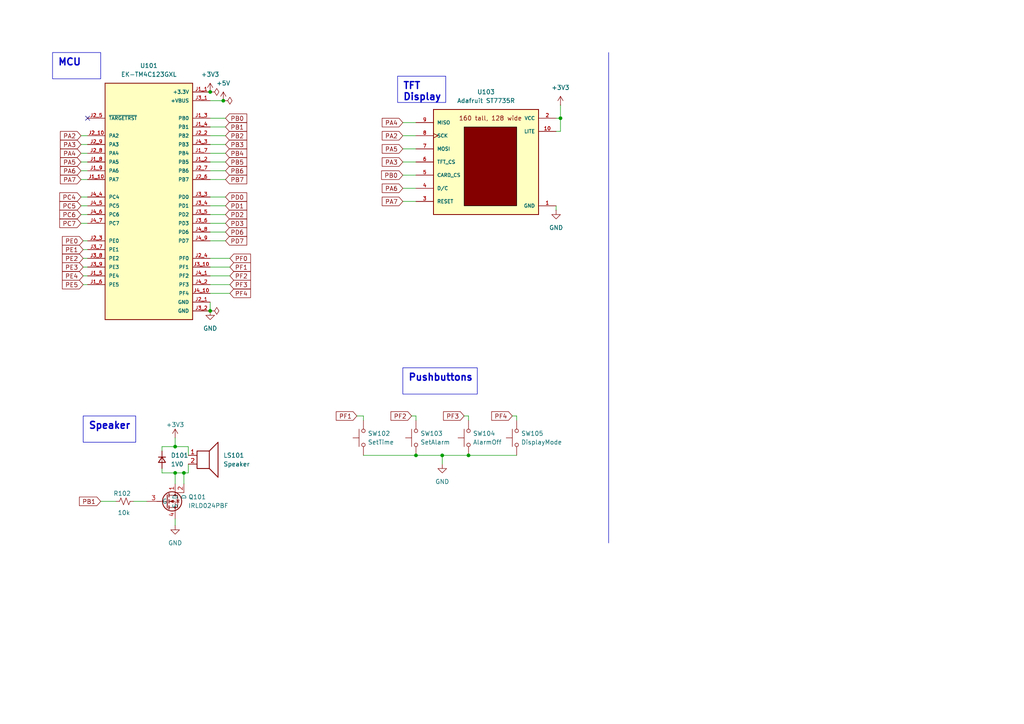
<source format=kicad_sch>
(kicad_sch (version 20231120) (generator "eeschema") (generator_version "8.0")
  (paper "A4")
  (title_block (title "ECE 445L Lab 3 Schematic") (date "2024-08-07") (rev "v1.0.1") (company "The University of Texas at Austin"))
  (lib_symbols
    (symbol "Device:D_Small" (pin_numbers hide) (pin_names (offset 0.254) hide)
      (property "Reference" "D" (at -1.27 2.032 0))
      (property "Value" "D_Small" (at -3.81 -2.032 0))
      (symbol "D_Small_0_1"
        (polyline (pts (xy -0.762 -1.016) (xy -0.762 1.016)) (stroke (width 0.254)))
        (polyline (pts (xy -0.762 0) (xy 0.762 0)))
        (polyline (pts (xy 0.762 -1.016) (xy -0.762 0) (xy 0.762 1.016) (xy 0.762 -1.016)) (stroke (width 0.254)))
      )
      (symbol "D_Small_1_1"
        (pin passive line (at -2.54 0 0) (length 1.778) (name "K") (number "1"))
        (pin passive line (at 2.54 0 180) (length 1.778) (name "A") (number "2"))
      )
    )
    (symbol "Device:Speaker" (pin_names (offset 0) hide)
      (property "Reference" "LS" (at 1.27 5.715 0))
      (property "Value" "Speaker" (at 1.27 3.81 0))
      (symbol "Speaker_0_0"
        (rectangle (start -2.54 1.27) (end 1.016 -3.81) (stroke (width 0.254)))
        (polyline (pts (xy 1.016 1.27) (xy 3.556 3.81) (xy 3.556 -6.35) (xy 1.016 -3.81)) (stroke (width 0.254)))
      )
      (symbol "Speaker_1_1"
        (pin input line (at -5.08 0 0) (length 2.54) (name "1") (number "1"))
        (pin input line (at -5.08 -2.54 0) (length 2.54) (name "2") (number "2"))
      )
    )
    (symbol "ECE445L:Adafruit_ST7735R" (pin_names (offset 1.016))
      (property "Reference" "U?" (at -15.24 16.002 0))
      (property "Value" "Adafruit ST7735R" (at -15.24 -17.78 0))
      (symbol "Adafruit_ST7735R_0_0"
        (rectangle (start -15.24 15.24) (end 15.24 -15.24) (stroke (width 0.254)) (fill (type background)))
      )
      (symbol "Adafruit_ST7735R_1_0"
        (pin power_in line (at 20.32 -12.7 180) (length 5.08) (name "GND") (number "1"))
        (pin power_in line (at 20.32 8.89 180) (length 5.08) (name "LITE") (number "10"))
        (pin power_in line (at 20.32 12.7 180) (length 5.08) (name "VCC") (number "2"))
        (pin input line (at -20.32 -11.43 0) (length 5.08) (name "RESET") (number "3"))
        (pin input line (at -20.32 -7.62 0) (length 5.08) (name "D/C") (number "4"))
        (pin input line (at -20.32 -3.81 0) (length 5.08) (name "CARD_CS") (number "5"))
        (pin input line (at -20.32 0 0) (length 5.08) (name "TFT_CS") (number "6"))
        (pin input line (at -20.32 3.81 0) (length 5.08) (name "MOSI") (number "7"))
        (pin input clock (at -20.32 7.62 0) (length 5.08) (name "SCK") (number "8"))
        (pin output line (at -20.32 11.43 0) (length 5.08) (name "MISO") (number "9"))
      )
      (symbol "Adafruit_ST7735R_1_1"
        (rectangle (start -6.35 10.16) (end 8.89 -12.7) (stroke (width 0) (color 0 0 0 1)) (fill (type color) (color 132 0 0 1)))
        (text "160 tall, 128 wide" (at 1.27 12.7 0) (effects (font (size 1.27 1.27))))
      )
    )
    (symbol "ECE445L:EK-TM4C123GXL" (pin_names (offset 1.016))
      (property "Reference" "U?" (at -12.7367 34.3099 0))
      (property "Value" "EK-TM4C123GXL" (at -12.7129 -38.1075 0))
      (symbol "EK-TM4C123GXL_0_0"
        (rectangle (start -12.7 -35.56) (end 12.7 33.02) (stroke (width 0.254)) (fill (type background)))
        (pin power_in line (at 17.78 30.48 180) (length 5.08) (name "+3.3V") (number "J1_1"))
        (pin bidirectional line (at -17.78 5.08 0) (length 5.08) (name "PA7") (number "J1_10"))
        (pin bidirectional line (at 17.78 22.86 180) (length 5.08) (name "PB0") (number "J1_3"))
        (pin bidirectional line (at 17.78 20.32 180) (length 5.08) (name "PB1") (number "J1_4"))
        (pin bidirectional line (at -17.78 -22.86 0) (length 5.08) (name "PE4") (number "J1_5"))
        (pin bidirectional line (at -17.78 -25.4 0) (length 5.08) (name "PE5") (number "J1_6"))
        (pin bidirectional line (at 17.78 12.7 180) (length 5.08) (name "PB4") (number "J1_7"))
        (pin bidirectional line (at -17.78 10.16 0) (length 5.08) (name "PA5") (number "J1_8"))
        (pin bidirectional line (at -17.78 7.62 0) (length 5.08) (name "PA6") (number "J1_9"))
        (pin power_in line (at 17.78 -30.48 180) (length 5.08) (name "GND") (number "J2_1"))
        (pin bidirectional line (at -17.78 17.78 0) (length 5.08) (name "PA2") (number "J2_10"))
        (pin bidirectional line (at 17.78 17.78 180) (length 5.08) (name "PB2") (number "J2_2"))
        (pin bidirectional line (at -17.78 -12.7 0) (length 5.08) (name "PE0") (number "J2_3"))
        (pin bidirectional line (at 17.78 -17.78 180) (length 5.08) (name "PF0") (number "J2_4"))
        (pin input line (at -17.78 22.86 0) (length 5.08) (name "~{TARGETRST}") (number "J2_5"))
        (pin bidirectional line (at 17.78 5.08 180) (length 5.08) (name "PB7") (number "J2_6"))
        (pin bidirectional line (at 17.78 7.62 180) (length 5.08) (name "PB6") (number "J2_7"))
        (pin bidirectional line (at -17.78 12.7 0) (length 5.08) (name "PA4") (number "J2_8"))
        (pin bidirectional line (at -17.78 15.24 0) (length 5.08) (name "PA3") (number "J2_9"))
        (pin power_in line (at 17.78 27.94 180) (length 5.08) (name "+VBUS") (number "J3_1"))
        (pin bidirectional line (at 17.78 -20.32 180) (length 5.08) (name "PF1") (number "J3_10"))
        (pin power_in line (at 17.78 -33.02 180) (length 5.08) (name "GND") (number "J3_2"))
        (pin bidirectional line (at 17.78 0 180) (length 5.08) (name "PD0") (number "J3_3"))
        (pin bidirectional line (at 17.78 -2.54 180) (length 5.08) (name "PD1") (number "J3_4"))
        (pin bidirectional line (at 17.78 -5.08 180) (length 5.08) (name "PD2") (number "J3_5"))
        (pin bidirectional line (at 17.78 -7.62 180) (length 5.08) (name "PD3") (number "J3_6"))
        (pin bidirectional line (at -17.78 -15.24 0) (length 5.08) (name "PE1") (number "J3_7"))
        (pin bidirectional line (at -17.78 -17.78 0) (length 5.08) (name "PE2") (number "J3_8"))
        (pin bidirectional line (at -17.78 -20.32 0) (length 5.08) (name "PE3") (number "J3_9"))
        (pin bidirectional line (at 17.78 -22.86 180) (length 5.08) (name "PF2") (number "J4_1"))
        (pin bidirectional line (at 17.78 -27.94 180) (length 5.08) (name "PF4") (number "J4_10"))
        (pin bidirectional line (at 17.78 -25.4 180) (length 5.08) (name "PF3") (number "J4_2"))
        (pin bidirectional line (at 17.78 15.24 180) (length 5.08) (name "PB3") (number "J4_3"))
        (pin bidirectional line (at -17.78 0 0) (length 5.08) (name "PC4") (number "J4_4"))
        (pin bidirectional line (at -17.78 -2.54 0) (length 5.08) (name "PC5") (number "J4_5"))
        (pin bidirectional line (at -17.78 -5.08 0) (length 5.08) (name "PC6") (number "J4_6"))
        (pin bidirectional line (at -17.78 -7.62 0) (length 5.08) (name "PC7") (number "J4_7"))
        (pin bidirectional line (at 17.78 -10.16 180) (length 5.08) (name "PD6") (number "J4_8"))
        (pin bidirectional line (at 17.78 -12.7 180) (length 5.08) (name "PD7") (number "J4_9"))
      )
      (symbol "EK-TM4C123GXL_1_0"
        (pin bidirectional line (at 17.78 10.16 180) (length 5.08) (name "PB5") (number "J1_2"))
      )
    )
    (symbol "ECE445L:IRLD024PBF"
      (property "Reference" "Q" (at 6.35 5.715 0))
      (property "Value" "IRLD024PBF" (at 16.51 -1.905 0))
      (symbol "IRLD024PBF_0_1"
        (polyline (pts (xy 11.43 0.635) (xy 8.636 0.635)))
        (polyline (pts (xy 11.684 2.54) (xy 11.684 -1.27)) (stroke (width 0.254)))
        (polyline (pts (xy 12.192 -0.635) (xy 12.192 -1.651)) (stroke (width 0.254)))
        (polyline (pts (xy 12.192 1.143) (xy 12.192 0.127)) (stroke (width 0.254)))
        (polyline (pts (xy 12.192 2.921) (xy 12.192 1.905)) (stroke (width 0.254)))
        (polyline (pts (xy 13.97 3.175) (xy 13.97 2.413)))
        (polyline (pts (xy 16.51 3.175) (xy 13.97 3.175)))
        (polyline (pts (xy 13.97 -1.905) (xy 13.97 0.635) (xy 12.192 0.635)))
        (polyline (pts (xy 12.192 -1.143) (xy 14.732 -1.143) (xy 14.732 2.413) (xy 12.192 2.413)))
        (polyline (pts (xy 12.446 0.635) (xy 13.462 1.016) (xy 13.462 0.254) (xy 12.446 0.635)) (fill (type outline)))
        (polyline (pts (xy 14.224 1.143) (xy 14.351 1.016) (xy 15.113 1.016) (xy 15.24 0.889)))
        (polyline (pts (xy 14.732 1.016) (xy 14.351 0.381) (xy 15.113 0.381) (xy 14.732 1.016)))
        (circle (center 13.081 0.635) (radius 2.794) (stroke (width 0.254)))
        (circle (center 13.97 -1.143) (radius 0.254) (fill (type outline)))
        (circle (center 13.97 2.413) (radius 0.254) (fill (type outline)))
      )
      (symbol "IRLD024PBF_1_1"
        (pin passive line (at 13.97 5.715 270) (length 2.54) (name "D") (number "1"))
        (pin passive line (at 16.51 5.715 270) (length 2.54) (name "D") (number "2"))
        (pin input line (at 5.715 0.635 0) (length 4) (name "G") (number "3"))
        (pin passive line (at 13.97 -4.445 90) (length 2.54) (name "S") (number "4"))
      )
    )
    (symbol "ECE445L:R_0.125W" (pin_numbers hide) (pin_names (offset 0.254) hide)
      (property "Reference" "R" (at 0.762 0.508 0))
      (property "Value" "R_0.125W" (at 0.762 -1.016 0))
      (symbol "R_0.125W_1_1"
        (polyline (pts (xy 0 0) (xy 1.016 -0.381) (xy 0 -0.762) (xy -1.016 -1.143) (xy 0 -1.524)))
        (polyline (pts (xy 0 1.524) (xy 1.016 1.143) (xy 0 0.762) (xy -1.016 0.381) (xy 0 0)))
        (pin passive line (at 0 2.54 270) (length 1.016) (name "~") (number "1"))
        (pin passive line (at 0 -2.54 90) (length 1.016) (name "~") (number "2"))
      )
    )
    (symbol "Switch:SW_Push" (pin_numbers hide) (pin_names (offset 1.016) hide)
      (property "Reference" "SW" (at 1.27 2.54 0))
      (property "Value" "SW_Push" (at 0 -1.524 0))
      (symbol "SW_Push_0_1"
        (circle (center -2.032 0) (radius 0.508))
        (polyline (pts (xy 0 1.27) (xy 0 3.048)))
        (polyline (pts (xy 2.54 1.27) (xy -2.54 1.27)))
        (circle (center 2.032 0) (radius 0.508))
        (pin passive line (at -5.08 0 0) (length 2.54) (name "1") (number "1"))
        (pin passive line (at 5.08 0 180) (length 2.54) (name "2") (number "2"))
      )
    )
    (symbol "power:+3V3" (power) (pin_numbers hide) (pin_names (offset 0) hide)
      (property "Value" "+3V3" (at 0 3.556 0))
      (symbol "+3V3_0_1"
        (polyline (pts (xy -0.762 1.27) (xy 0 2.54)))
        (polyline (pts (xy 0 0) (xy 0 2.54)))
        (polyline (pts (xy 0 2.54) (xy 0.762 1.27)))
      )
      (symbol "+3V3_1_1"
        (pin power_in line (at 0 0 90) (length 0) (name "~") (number "1"))
      )
    )
    (symbol "power:+5V" (power) (pin_numbers hide) (pin_names (offset 0) hide)
      (property "Value" "+5V" (at 0 3.556 0))
      (symbol "+5V_0_1"
        (polyline (pts (xy -0.762 1.27) (xy 0 2.54)))
        (polyline (pts (xy 0 0) (xy 0 2.54)))
        (polyline (pts (xy 0 2.54) (xy 0.762 1.27)))
      )
      (symbol "+5V_1_1"
        (pin power_in line (at 0 0 90) (length 0) (name "~") (number "1"))
      )
    )
    (symbol "power:GND" (power) (pin_numbers hide) (pin_names (offset 0) hide)
      (property "Value" "GND" (at 0 -3.81 0))
      (symbol "GND_0_1"
        (polyline (pts (xy 0 0) (xy 0 -1.27) (xy 1.27 -1.27) (xy 0 -2.54) (xy -1.27 -1.27) (xy 0 -1.27)))
      )
      (symbol "GND_1_1"
        (pin power_in line (at 0 0 270) (length 0) (name "~") (number "1"))
      )
    )
    (symbol "power:PWR_FLAG" (power) (pin_numbers hide) (pin_names (offset 0) hide)
      (property "Value" "PWR_FLAG" (at 0 3.81 0))
      (symbol "PWR_FLAG_0_0"
        (pin power_out line (at 0 0 90) (length 0) (name "~") (number "1"))
      )
      (symbol "PWR_FLAG_0_1"
        (polyline (pts (xy 0 0) (xy 0 1.27) (xy -1.016 1.905) (xy 0 2.54) (xy 1.016 1.905) (xy 0 1.27)))
      )
    )
  )
  (junction (at 60.96 26.67))
  (junction (at 128.27 132.08))
  (junction (at 50.8 129.54))
  (junction (at 53.34 137.16))
  (junction (at 60.96 90.17))
  (junction (at 50.8 137.16))
  (junction (at 120.65 132.08))
  (junction (at 135.89 132.08))
  (junction (at 162.56 34.29))
  (junction (at 64.77 29.21))
  (no_connect (at 25.4 34.29))
  (wire (pts (xy 60.96 41.91) (xy 65.405 41.91)))
  (wire (pts (xy 116.84 43.18) (xy 120.65 43.18)))
  (wire (pts (xy 103.505 120.65) (xy 105.41 120.65)))
  (wire (pts (xy 149.86 120.65) (xy 149.86 121.92)))
  (wire (pts (xy 60.96 52.07) (xy 65.405 52.07)))
  (wire (pts (xy 60.96 36.83) (xy 65.405 36.83)))
  (wire (pts (xy 120.65 132.08) (xy 128.27 132.08)))
  (wire (pts (xy 29.21 145.415) (xy 33.655 145.415)))
  (wire (pts (xy 46.99 129.54) (xy 50.8 129.54)))
  (wire (pts (xy 116.84 50.8) (xy 120.65 50.8)))
  (wire (pts (xy 60.96 69.85) (xy 65.405 69.85)))
  (wire (pts (xy 23.495 64.77) (xy 25.4 64.77)))
  (wire (pts (xy 60.96 77.47) (xy 66.675 77.47)))
  (wire (pts (xy 54.61 134.62) (xy 54.61 137.16)))
  (wire (pts (xy 116.84 46.99) (xy 120.65 46.99)))
  (wire (pts (xy 24.13 77.47) (xy 25.4 77.47)))
  (wire (pts (xy 23.495 62.23) (xy 25.4 62.23)))
  (wire (pts (xy 23.495 41.91) (xy 25.4 41.91)))
  (wire (pts (xy 50.8 127) (xy 50.8 129.54)))
  (wire (pts (xy 38.735 145.415) (xy 42.545 145.415)))
  (wire (pts (xy 60.96 39.37) (xy 65.405 39.37)))
  (wire (pts (xy 60.96 87.63) (xy 60.96 90.17)))
  (wire (pts (xy 50.8 137.16) (xy 53.34 137.16)))
  (wire (pts (xy 24.13 72.39) (xy 25.4 72.39)))
  (wire (pts (xy 46.99 129.54) (xy 46.99 130.81)))
  (wire (pts (xy 60.96 85.09) (xy 66.675 85.09)))
  (wire (pts (xy 24.13 69.85) (xy 25.4 69.85)))
  (wire (pts (xy 46.99 137.16) (xy 50.8 137.16)))
  (wire (pts (xy 128.27 132.08) (xy 128.27 134.62)))
  (wire (pts (xy 23.495 49.53) (xy 25.4 49.53)))
  (wire (pts (xy 60.96 80.01) (xy 66.675 80.01)))
  (wire (pts (xy 60.96 34.29) (xy 65.405 34.29)))
  (wire (pts (xy 162.56 30.48) (xy 162.56 34.29)))
  (wire (pts (xy 148.59 120.65) (xy 149.86 120.65)))
  (wire (pts (xy 24.13 80.01) (xy 25.4 80.01)))
  (wire (pts (xy 116.84 39.37) (xy 120.65 39.37)))
  (wire (pts (xy 105.41 120.65) (xy 105.41 121.92)))
  (wire (pts (xy 23.495 39.37) (xy 25.4 39.37)))
  (wire (pts (xy 105.41 132.08) (xy 120.65 132.08)))
  (wire (pts (xy 134.62 120.65) (xy 135.89 120.65)))
  (wire (pts (xy 23.495 44.45) (xy 25.4 44.45)))
  (wire (pts (xy 60.96 29.21) (xy 64.77 29.21)))
  (wire (pts (xy 116.84 35.56) (xy 120.65 35.56)))
  (polyline (pts (xy 176.53 15.24) (xy 176.53 157.48)))
  (wire (pts (xy 24.13 82.55) (xy 25.4 82.55)))
  (wire (pts (xy 23.495 52.07) (xy 25.4 52.07)))
  (wire (pts (xy 116.84 54.61) (xy 120.65 54.61)))
  (wire (pts (xy 162.56 38.1) (xy 162.56 34.29)))
  (wire (pts (xy 116.84 58.42) (xy 120.65 58.42)))
  (wire (pts (xy 53.34 137.16) (xy 54.61 137.16)))
  (wire (pts (xy 23.495 46.99) (xy 25.4 46.99)))
  (wire (pts (xy 119.38 120.65) (xy 120.65 120.65)))
  (wire (pts (xy 135.89 132.08) (xy 149.86 132.08)))
  (wire (pts (xy 161.29 38.1) (xy 162.56 38.1)))
  (wire (pts (xy 60.96 64.77) (xy 65.405 64.77)))
  (wire (pts (xy 161.29 59.69) (xy 161.29 60.96)))
  (wire (pts (xy 50.8 137.16) (xy 50.8 140.335)))
  (wire (pts (xy 120.65 120.65) (xy 120.65 121.92)))
  (wire (pts (xy 60.96 82.55) (xy 66.675 82.55)))
  (wire (pts (xy 60.96 74.93) (xy 66.675 74.93)))
  (wire (pts (xy 135.89 120.65) (xy 135.89 121.92)))
  (wire (pts (xy 128.27 132.08) (xy 135.89 132.08)))
  (wire (pts (xy 53.34 137.16) (xy 53.34 140.335)))
  (wire (pts (xy 60.96 44.45) (xy 65.405 44.45)))
  (wire (pts (xy 60.96 67.31) (xy 65.405 67.31)))
  (wire (pts (xy 60.96 57.15) (xy 65.405 57.15)))
  (wire (pts (xy 23.495 57.15) (xy 25.4 57.15)))
  (wire (pts (xy 54.61 129.54) (xy 54.61 132.08)))
  (wire (pts (xy 50.8 150.495) (xy 50.8 152.4)))
  (wire (pts (xy 60.96 59.69) (xy 65.405 59.69)))
  (wire (pts (xy 23.495 59.69) (xy 25.4 59.69)))
  (wire (pts (xy 60.96 46.99) (xy 65.405 46.99)))
  (wire (pts (xy 161.29 34.29) (xy 162.56 34.29)))
  (wire (pts (xy 60.96 62.23) (xy 65.405 62.23)))
  (wire (pts (xy 50.8 129.54) (xy 54.61 129.54)))
  (wire (pts (xy 60.96 49.53) (xy 65.405 49.53)))
  (wire (pts (xy 24.13 74.93) (xy 25.4 74.93)))
  (wire (pts (xy 46.99 137.16) (xy 46.99 135.89)))
  (text_box "MCU" (at 15.24 15.24 0) (size 13.97 7.62) (effects (font (size 2 2) (thickness 0.4) (bold yes)) (justify left top)))
  (text_box "Speaker" (at 24.13 120.65 0) (size 15.24 7.62) (effects (font (size 2 2) (thickness 0.4) (bold yes)) (justify left top)))
  (text_box "Pushbuttons" (at 116.84 106.68 0) (size 21.59 7.62) (effects (font (size 2 2) (thickness 0.4) (bold yes)) (justify left top)))
  (text_box "TFT Display" (at 115.316 22.098 0) (size 13.97 7.62) (effects (font (size 2 2) (thickness 0.4) (bold yes)) (justify left top)))
  (global_label "PC5" (shape input) (at 23.495 59.69 180) (property "Intersheetrefs" "${INTERSHEET_REFS}" (effects (hide yes))))
  (global_label "PB6" (shape input) (at 65.405 49.53 0) (property "Intersheetrefs" "${INTERSHEET_REFS}" (effects (hide yes))))
  (global_label "PB2" (shape input) (at 65.405 39.37 0) (property "Intersheetrefs" "${INTERSHEET_REFS}" (effects (hide yes))))
  (global_label "PA7" (shape input) (at 23.495 52.07 180) (property "Intersheetrefs" "${INTERSHEET_REFS}" (effects (hide yes))))
  (global_label "PA4" (shape input) (at 23.495 44.45 180) (property "Intersheetrefs" "${INTERSHEET_REFS}" (effects (hide yes))))
  (global_label "PB5" (shape input) (at 65.405 46.99 0) (property "Intersheetrefs" "${INTERSHEET_REFS}" (effects (hide yes))))
  (global_label "PB3" (shape input) (at 65.405 41.91 0) (property "Intersheetrefs" "${INTERSHEET_REFS}" (effects (hide yes))))
  (global_label "PD7" (shape input) (at 65.405 69.85 0) (property "Intersheetrefs" "${INTERSHEET_REFS}" (effects (hide yes))))
  (global_label "PE0" (shape input) (at 24.13 69.85 180) (property "Intersheetrefs" "${INTERSHEET_REFS}" (effects (hide yes))))
  (global_label "PD1" (shape input) (at 65.405 59.69 0) (property "Intersheetrefs" "${INTERSHEET_REFS}" (effects (hide yes))))
  (global_label "PF4" (shape input) (at 66.675 85.09 0) (property "Intersheetrefs" "${INTERSHEET_REFS}" (effects (hide yes))))
  (global_label "PE3" (shape input) (at 24.13 77.47 180) (property "Intersheetrefs" "${INTERSHEET_REFS}" (effects (hide yes))))
  (global_label "PC7" (shape input) (at 23.495 64.77 180) (property "Intersheetrefs" "${INTERSHEET_REFS}" (effects (hide yes))))
  (global_label "PA2" (shape input) (at 116.84 39.37 180) (property "Intersheetrefs" "${INTERSHEET_REFS}" (effects (hide yes))))
  (global_label "PF1" (shape input) (at 103.505 120.65 180) (property "Intersheetrefs" "${INTERSHEET_REFS}" (effects (hide yes))))
  (global_label "PE2" (shape input) (at 24.13 74.93 180) (property "Intersheetrefs" "${INTERSHEET_REFS}" (effects (hide yes))))
  (global_label "PA3" (shape input) (at 23.495 41.91 180) (property "Intersheetrefs" "${INTERSHEET_REFS}" (effects (hide yes))))
  (global_label "PE4" (shape input) (at 24.13 80.01 180) (property "Intersheetrefs" "${INTERSHEET_REFS}" (effects (hide yes))))
  (global_label "PC4" (shape input) (at 23.495 57.15 180) (property "Intersheetrefs" "${INTERSHEET_REFS}" (effects (hide yes))))
  (global_label "PB0" (shape input) (at 65.405 34.29 0) (property "Intersheetrefs" "${INTERSHEET_REFS}" (effects (hide yes))))
  (global_label "PE1" (shape input) (at 24.13 72.39 180) (property "Intersheetrefs" "${INTERSHEET_REFS}" (effects (hide yes))))
  (global_label "PF3" (shape input) (at 66.675 82.55 0) (property "Intersheetrefs" "${INTERSHEET_REFS}" (effects (hide yes))))
  (global_label "PD3" (shape input) (at 65.405 64.77 0) (property "Intersheetrefs" "${INTERSHEET_REFS}" (effects (hide yes))))
  (global_label "PF2" (shape input) (at 119.38 120.65 180) (property "Intersheetrefs" "${INTERSHEET_REFS}" (effects (hide yes))))
  (global_label "PD0" (shape input) (at 65.405 57.15 0) (property "Intersheetrefs" "${INTERSHEET_REFS}" (effects (hide yes))))
  (global_label "PB7" (shape input) (at 65.405 52.07 0) (property "Intersheetrefs" "${INTERSHEET_REFS}" (effects (hide yes))))
  (global_label "PA2" (shape input) (at 23.495 39.37 180) (property "Intersheetrefs" "${INTERSHEET_REFS}" (effects (hide yes))))
  (global_label "PA7" (shape input) (at 116.84 58.42 180) (property "Intersheetrefs" "${INTERSHEET_REFS}" (effects (hide yes))))
  (global_label "PB1" (shape input) (at 29.21 145.415 180) (property "Intersheetrefs" "${INTERSHEET_REFS}" (effects (hide yes))))
  (global_label "PA6" (shape input) (at 116.84 54.61 180) (property "Intersheetrefs" "${INTERSHEET_REFS}" (effects (hide yes))))
  (global_label "PF0" (shape input) (at 66.675 74.93 0) (property "Intersheetrefs" "${INTERSHEET_REFS}" (effects (hide yes))))
  (global_label "PC6" (shape input) (at 23.495 62.23 180) (property "Intersheetrefs" "${INTERSHEET_REFS}" (effects (hide yes))))
  (global_label "PF3" (shape input) (at 134.62 120.65 180) (property "Intersheetrefs" "${INTERSHEET_REFS}" (effects (hide yes))))
  (global_label "PE5" (shape input) (at 24.13 82.55 180) (property "Intersheetrefs" "${INTERSHEET_REFS}" (effects (hide yes))))
  (global_label "PF4" (shape input) (at 148.59 120.65 180) (property "Intersheetrefs" "${INTERSHEET_REFS}" (effects (hide yes))))
  (global_label "PA3" (shape input) (at 116.84 46.99 180) (property "Intersheetrefs" "${INTERSHEET_REFS}" (effects (hide yes))))
  (global_label "PD6" (shape input) (at 65.405 67.31 0) (property "Intersheetrefs" "${INTERSHEET_REFS}" (effects (hide yes))))
  (global_label "PA4" (shape input) (at 116.84 35.56 180) (property "Intersheetrefs" "${INTERSHEET_REFS}" (effects (hide yes))))
  (global_label "PF1" (shape input) (at 66.675 77.47 0) (property "Intersheetrefs" "${INTERSHEET_REFS}" (effects (hide yes))))
  (global_label "PB1" (shape input) (at 65.405 36.83 0) (property "Intersheetrefs" "${INTERSHEET_REFS}" (effects (hide yes))))
  (global_label "PA6" (shape input) (at 23.495 49.53 180) (property "Intersheetrefs" "${INTERSHEET_REFS}" (effects (hide yes))))
  (global_label "PA5" (shape input) (at 116.84 43.18 180) (property "Intersheetrefs" "${INTERSHEET_REFS}" (effects (hide yes))))
  (global_label "PD2" (shape input) (at 65.405 62.23 0) (property "Intersheetrefs" "${INTERSHEET_REFS}" (effects (hide yes))))
  (global_label "PF2" (shape input) (at 66.675 80.01 0) (property "Intersheetrefs" "${INTERSHEET_REFS}" (effects (hide yes))))
  (global_label "PB0" (shape input) (at 116.84 50.8 180) (property "Intersheetrefs" "${INTERSHEET_REFS}" (effects (hide yes))))
  (global_label "PB4" (shape input) (at 65.405 44.45 0) (property "Intersheetrefs" "${INTERSHEET_REFS}" (effects (hide yes))))
  (global_label "PA5" (shape input) (at 23.495 46.99 180) (property "Intersheetrefs" "${INTERSHEET_REFS}" (effects (hide yes))))
  (symbol (lib_id "power:PWR_FLAG") (at 60.96 90.17 270) (unit 1)
    (property "Reference" "#FLG0102" (effects (hide yes)))
    (property "Value" "PWR_FLAG" (effects (hide yes)))
    (property "Description" "Special symbol for telling ERC where power comes from" (effects (hide yes)))
  )
  (symbol (lib_id "Device:D_Small") (at 46.99 133.35 270) (unit 1)
    (property "Reference" "D101" (at 49.53 132.08 90) (effects (justify left)))
    (property "Value" "1V0" (at 49.53 134.62 90) (effects (justify left)))
    (property "Footprint" "Diode_THT:D_5W_P12.70mm_Horizontal" (effects (hide yes)))
    (property "Description" "Diode, small symbol" (effects (hide yes)))
    (property "Cost" "0.10 " (effects (hide yes)))
    (property "Distributor" "Mouser" (effects (hide yes)))
    (property "Manufacturer" "onsemi" (effects (hide yes)))
    (property "P/N" "1N914 " (effects (hide yes)))
    (property "Sim.Device" "D" (effects (hide yes)))
    (property "Sim.Pins" "1=K 2=A" (effects (hide yes)))
  )
  (symbol (lib_id "ECE445L:EK-TM4C123GXL") (at 43.18 57.15 0) (unit 1)
    (property "Reference" "U101" (at 43.18 19.05 0))
    (property "Value" "EK-TM4C123GXL" (at 43.18 21.59 0))
    (property "Footprint" "ECE445L:ti_EKTM4C123GXL" (effects (hide yes)))
    (property "Datasheet" "https://www.ti.com/lit/ds/symlink/tm4c123gh6pm.pdf?ts=1693244962384&ref_url=https%253A%252F%252Fwww.google.com%252F" (effects (hide yes)))
    (property "Distributor" "Mouser" (effects (hide yes)))
    (property "Manufacturer" "Texas Instruments" (effects (hide yes)))
    (property "P/N" "EK-TM4C123GXL" (effects (hide yes)))
    (property "Cost" "22.60" (effects (hide yes)))
  )
  (symbol (lib_id "ECE445L:IRLD024PBF") (at 36.83 146.05 0) (unit 1)
    (property "Reference" "Q101" (at 54.61 144.1449 0) (effects (justify left)))
    (property "Value" "IRLD024PBF" (at 54.61 146.6849 0) (effects (justify left)))
    (property "Footprint" "ECE445L:DIP920W60P254L490H457Q4N" (effects (hide yes)))
    (property "Datasheet" "http://www.vishay.com/docs/91308/sihld24.pdf" (effects (hide yes)))
    (property "Description" "Vishay IRLD024PBF N-channel MOSFET Transistor, 2.5 A, 60 V, 4-Pin HVMDIP" (effects (hide yes)))
    (property "Cost" "1.67" (effects (hide yes)))
    (property "Distributor" "Mouser" (effects (hide yes)))
    (property "Manufacturer" "Vishay" (effects (hide yes)))
    (property "P/N" "IRLD024PBF" (effects (hide yes)))
    (property "Sim.Device" "NMOS" (effects (hide yes)))
    (property "Sim.Type" "VDMOS" (effects (hide yes)))
    (property "Sim.Pins" "1=D 2=G 3=S" (effects (hide yes)))
    (property "Height" "4.57" (effects (hide yes)))
    (property "Mouser Part Number" "844-IRLD024PBF" (effects (hide yes)))
    (property "Mouser Price/Stock" "https://www.mouser.co.uk/ProductDetail/Vishay-Siliconix/IRLD024PBF?qs=cvaI6ThkwxvrmVanJu5OcQ%3D%3D" (effects (hide yes)))
    (property "Manufacturer_Name" "Vishay" (effects (hide yes)))
    (property "Manufacturer_Part_Number" "IRLD024PBF" (effects (hide yes)))
  )
  (symbol (lib_id "power:PWR_FLAG") (at 64.77 29.21 270) (unit 1)
    (property "Reference" "#FLG0103" (effects (hide yes)))
    (property "Value" "PWR_FLAG" (effects (hide yes)))
    (property "Description" "Special symbol for telling ERC where power comes from" (effects (hide yes)))
  )
  (symbol (lib_id "power:+5V") (at 64.77 29.21 0) (unit 1)
    (property "Reference" "#PWR0105" (effects (hide yes)))
    (property "Value" "+5V" (at 64.77 24.13 0))
    (property "Description" "Power symbol creates a global label with name \"+5V\"" (effects (hide yes)))
  )
  (symbol (lib_id "power:GND") (at 128.27 134.62 0) (unit 1)
    (property "Reference" "#PWR0107" (effects (hide yes)))
    (property "Value" "GND" (at 128.27 139.7 0))
    (property "Description" "Power symbol creates a global label with name \"GND\" , ground" (effects (hide yes)))
  )
  (symbol (lib_id "power:GND") (at 161.29 60.96 0) (unit 1)
    (property "Reference" "#PWR02" (effects (hide yes)))
    (property "Value" "GND" (at 161.29 66.04 0))
    (property "Description" "Power symbol creates a global label with name \"GND\" , ground" (effects (hide yes)))
  )
  (symbol (lib_id "power:+3V3") (at 162.56 30.48 0) (unit 1)
    (property "Reference" "#PWR01" (effects (hide yes)))
    (property "Value" "+3V3" (at 162.56 25.4 0))
    (property "Description" "Power symbol creates a global label with name \"+3V3\"" (effects (hide yes)))
  )
  (symbol (lib_id "Switch:SW_Push") (at 105.41 127 90) (unit 1)
    (property "Reference" "SW102" (at 106.68 125.73 90) (effects (justify right)))
    (property "Value" "SetTime" (at 106.68 128.27 90) (effects (justify right)))
    (property "Footprint" "Button_Switch_THT:SW_PUSH_6mm" (effects (hide yes)))
    (property "Description" "Push button switch, generic, two pins" (effects (hide yes)))
  )
  (symbol (lib_id "Switch:SW_Push") (at 120.65 127 90) (unit 1)
    (property "Reference" "SW103" (at 121.92 125.73 90) (effects (justify right)))
    (property "Value" "SetAlarm" (at 121.92 128.27 90) (effects (justify right)))
    (property "Footprint" "Button_Switch_THT:SW_PUSH_6mm" (effects (hide yes)))
    (property "Description" "Push button switch, generic, two pins" (effects (hide yes)))
  )
  (symbol (lib_id "Switch:SW_Push") (at 135.89 127 90) (unit 1)
    (property "Reference" "SW104" (at 137.16 125.73 90) (effects (justify right)))
    (property "Value" "AlarmOff" (at 137.16 128.27 90) (effects (justify right)))
    (property "Footprint" "Button_Switch_THT:SW_PUSH_6mm" (effects (hide yes)))
    (property "Description" "Push button switch, generic, two pins" (effects (hide yes)))
  )
  (symbol (lib_id "power:+3V3") (at 60.96 26.67 0) (unit 1)
    (property "Reference" "#PWR0103" (effects (hide yes)))
    (property "Value" "+3V3" (at 60.96 21.59 0))
    (property "Description" "Power symbol creates a global label with name \"+3V3\"" (effects (hide yes)))
  )
  (symbol (lib_id "Switch:SW_Push") (at 149.86 127 90) (unit 1)
    (property "Reference" "SW105" (at 151.13 125.73 90) (effects (justify right)))
    (property "Value" "DisplayMode" (at 151.13 128.27 90) (effects (justify right)))
    (property "Footprint" "Button_Switch_THT:SW_PUSH_6mm" (effects (hide yes)))
    (property "Description" "Push button switch, generic, two pins" (effects (hide yes)))
  )
  (symbol (lib_id "power:GND") (at 50.8 152.4 0) (unit 1)
    (property "Reference" "#PWR0102" (effects (hide yes)))
    (property "Value" "GND" (at 50.8 157.48 0))
    (property "Description" "Power symbol creates a global label with name \"GND\" , ground" (effects (hide yes)))
  )
  (symbol (lib_id "power:PWR_FLAG") (at 60.96 26.67 270) (unit 1)
    (property "Reference" "#FLG0101" (effects (hide yes)))
    (property "Value" "PWR_FLAG" (effects (hide yes)))
    (property "Description" "Special symbol for telling ERC where power comes from" (effects (hide yes)))
  )
  (symbol (lib_id "Device:Speaker") (at 59.69 132.08 0) (unit 1)
    (property "Reference" "LS101" (at 64.77 132.08 0) (effects (justify left)))
    (property "Value" "Speaker" (at 64.77 134.62 0) (effects (justify left)))
    (property "Footprint" "Connector_PinHeader_2.54mm:PinHeader_1x02_P2.54mm_Vertical" (effects (hide yes)))
    (property "Description" "Speaker" (effects (hide yes)))
  )
  (symbol (lib_id "power:GND") (at 60.96 90.17 0) (unit 1)
    (property "Reference" "#PWR0104" (effects (hide yes)))
    (property "Value" "GND" (at 60.96 95.25 0))
    (property "Description" "Power symbol creates a global label with name \"GND\" , ground" (effects (hide yes)))
  )
  (symbol (lib_id "ECE445L:R_0.125W") (at 36.195 145.415 90) (unit 1)
    (property "Reference" "R102" (at 35.433 143.129 90))
    (property "Value" "10k" (at 35.941 148.717 90))
    (property "Footprint" "ECE445L:R_Axial_DIN0204_L3.6mm_D1.6mm_P7.62mm_Horizontal" (effects (hide yes)))
    (property "Datasheet" "https://users.ece.utexas.edu/~valvano/mspm0/CarbonFilmresistors.pdf" (effects (hide yes)))
    (property "Description" "Resistor, small US symbol" (effects (hide yes)))
  )
  (symbol (lib_id "power:+3V3") (at 50.8 127 0) (unit 1)
    (property "Reference" "#PWR0101" (effects (hide yes)))
    (property "Value" "+3V3" (at 50.8 123.19 0))
    (property "Description" "Power symbol creates a global label with name \"+3V3\"" (effects (hide yes)))
  )
  (symbol (lib_id "ECE445L:Adafruit_ST7735R") (at 140.97 46.99 0) (unit 1)
    (property "Reference" "U103" (at 140.97 26.67 0))
    (property "Value" "Adafruit ST7735R" (at 140.97 29.21 0))
    (property "Footprint" "ECE445L:adafruit_st7735r2" (effects (hide yes)))
    (property "Datasheet" "https://www.mouser.com/datasheet/2/737/ST7735R_V0_2-2489618.pdf" (effects (hide yes)))
    (property "Distributor" "Mouser" (effects (hide yes)))
    (property "Manufacturer" "Adafruit" (effects (hide yes)))
    (property "P/N" "358" (effects (hide yes)))
    (property "Cost" "19.95" (effects (hide yes)))
  )
)
</source>
